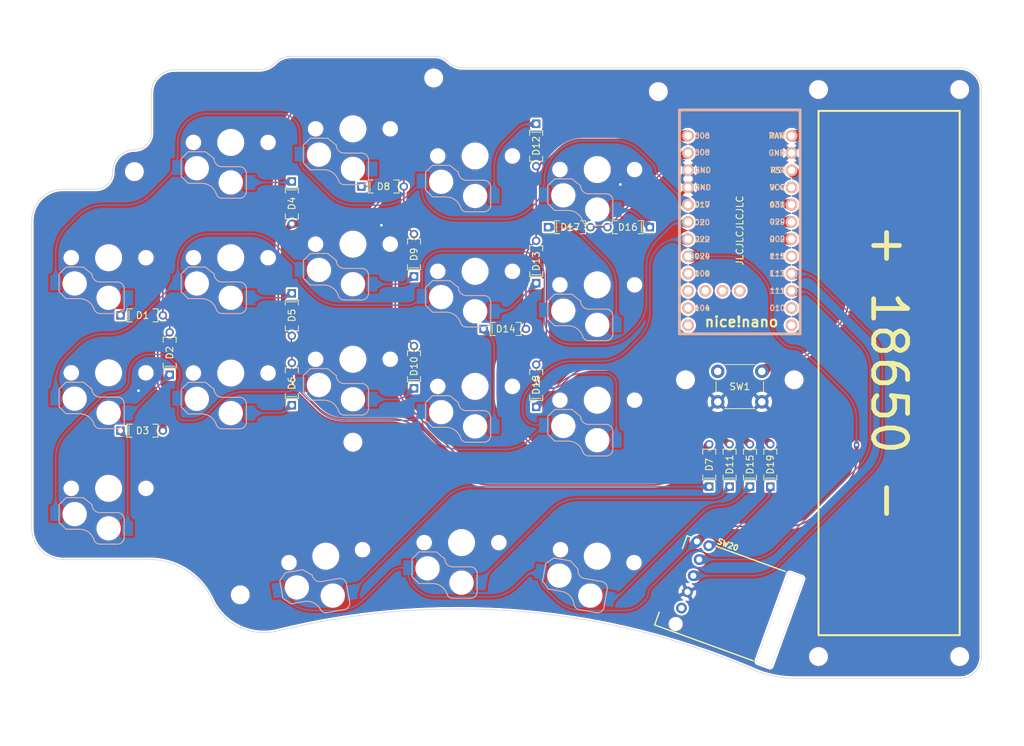
<source format=kicad_pcb>
(kicad_pcb (version 20211014) (generator pcbnew)

  (general
    (thickness 1.6)
  )

  (paper "A4")
  (layers
    (0 "F.Cu" signal)
    (31 "B.Cu" signal)
    (32 "B.Adhes" user "B.Adhesive")
    (33 "F.Adhes" user "F.Adhesive")
    (34 "B.Paste" user)
    (35 "F.Paste" user)
    (36 "B.SilkS" user "B.Silkscreen")
    (37 "F.SilkS" user "F.Silkscreen")
    (38 "B.Mask" user)
    (39 "F.Mask" user)
    (40 "Dwgs.User" user "User.Drawings")
    (41 "Cmts.User" user "User.Comments")
    (42 "Eco1.User" user "User.Eco1")
    (43 "Eco2.User" user "User.Eco2")
    (44 "Edge.Cuts" user)
    (45 "Margin" user)
    (46 "B.CrtYd" user "B.Courtyard")
    (47 "F.CrtYd" user "F.Courtyard")
    (48 "B.Fab" user)
    (49 "F.Fab" user)
    (50 "User.1" user)
    (51 "User.2" user)
    (52 "User.3" user)
    (53 "User.4" user)
    (54 "User.5" user)
    (55 "User.6" user)
    (56 "User.7" user)
    (57 "User.8" user)
    (58 "User.9" user)
  )

  (setup
    (stackup
      (layer "F.SilkS" (type "Top Silk Screen"))
      (layer "F.Paste" (type "Top Solder Paste"))
      (layer "F.Mask" (type "Top Solder Mask") (thickness 0.01))
      (layer "F.Cu" (type "copper") (thickness 0.035))
      (layer "dielectric 1" (type "core") (thickness 1.51) (material "FR4") (epsilon_r 4.5) (loss_tangent 0.02))
      (layer "B.Cu" (type "copper") (thickness 0.035))
      (layer "B.Mask" (type "Bottom Solder Mask") (thickness 0.01))
      (layer "B.Paste" (type "Bottom Solder Paste"))
      (layer "B.SilkS" (type "Bottom Silk Screen"))
      (copper_finish "None")
      (dielectric_constraints no)
    )
    (pad_to_mask_clearance 0)
    (pcbplotparams
      (layerselection 0x00010fc_ffffffff)
      (disableapertmacros false)
      (usegerberextensions false)
      (usegerberattributes true)
      (usegerberadvancedattributes true)
      (creategerberjobfile true)
      (svguseinch false)
      (svgprecision 6)
      (excludeedgelayer true)
      (plotframeref false)
      (viasonmask false)
      (mode 1)
      (useauxorigin false)
      (hpglpennumber 1)
      (hpglpenspeed 20)
      (hpglpendiameter 15.000000)
      (dxfpolygonmode true)
      (dxfimperialunits true)
      (dxfusepcbnewfont true)
      (psnegative false)
      (psa4output false)
      (plotreference true)
      (plotvalue true)
      (plotinvisibletext false)
      (sketchpadsonfab false)
      (subtractmaskfromsilk false)
      (outputformat 1)
      (mirror false)
      (drillshape 1)
      (scaleselection 1)
      (outputdirectory "")
    )
  )

  (net 0 "")
  (net 1 "Net-(BT1-Pad1)")
  (net 2 "GND")
  (net 3 "Net-(D1-Pad1)")
  (net 4 "C_PINKY")
  (net 5 "Net-(D2-Pad1)")
  (net 6 "Net-(D3-Pad1)")
  (net 7 "Net-(D4-Pad1)")
  (net 8 "C_RING")
  (net 9 "Net-(D5-Pad1)")
  (net 10 "Net-(D6-Pad1)")
  (net 11 "Net-(D7-Pad1)")
  (net 12 "Net-(D8-Pad1)")
  (net 13 "C_MIDDLE")
  (net 14 "Net-(D9-Pad1)")
  (net 15 "Net-(D10-Pad1)")
  (net 16 "Net-(D11-Pad1)")
  (net 17 "Net-(D12-Pad1)")
  (net 18 "C_INDEX")
  (net 19 "Net-(D13-Pad1)")
  (net 20 "Net-(D14-Pad1)")
  (net 21 "Net-(D15-Pad1)")
  (net 22 "Net-(D16-Pad1)")
  (net 23 "C_INNER")
  (net 24 "Net-(D17-Pad1)")
  (net 25 "Net-(D18-Pad1)")
  (net 26 "/RS2")
  (net 27 "/RST")
  (net 28 "R_TOP")
  (net 29 "R_HOME")
  (net 30 "/RA")
  (net 31 "/RB")
  (net 32 "unconnected-(U1-Pad33)")
  (net 33 "unconnected-(U1-Pad32)")
  (net 34 "unconnected-(U1-Pad31)")
  (net 35 "unconnected-(U1-Pad12)")
  (net 36 "VCC")
  (net 37 "unconnected-(U1-Pad14)")
  (net 38 "unconnected-(U1-Pad13)")
  (net 39 "unconnected-(U1-Pad11)")
  (net 40 "unconnected-(U1-Pad10)")
  (net 41 "R_BOTTOM")
  (net 42 "R_THUMB")
  (net 43 "unconnected-(U1-Pad9)")
  (net 44 "unconnected-(U1-Pad17)")

  (footprint "mbk:Choc-1u" (layer "F.Cu") (at 208 75))

  (footprint "MountingHole:MountingHole_2.2mm_M2" (layer "F.Cu") (at 183.9 61.5))

  (footprint "MountingHole:MountingHole_2.2mm_M2" (layer "F.Cu") (at 221 106))

  (footprint "mbk:Choc-1u" (layer "F.Cu") (at 188 130))

  (footprint "MountingHole:MountingHole_2.2mm_M2" (layer "F.Cu") (at 261.4 63.2))

  (footprint "MountingHole:MountingHole_2.2mm_M2" (layer "F.Cu") (at 155.4 137.7))

  (footprint "MountingHole:MountingHole_2.2mm_M2" (layer "F.Cu") (at 240.6 63.2))

  (footprint "mbk:Choc-1u" (layer "F.Cu") (at 172 69))

  (footprint "xenua:BatteryHolder_18650_SMD" (layer "F.Cu") (at 251 105 -90))

  (footprint "Button_Switch_THT:SW_PUSH_6mm" (layer "F.Cu") (at 225.75 104.75))

  (footprint "mbk:Choc-1u" (layer "F.Cu") (at 208 132 -10))

  (footprint "nice-nano:nice_nano" (layer "F.Cu") (at 229 83.98675 -90))

  (footprint "1N4148:DIOAD829W49L456D191" (layer "F.Cu") (at 181 104 90))

  (footprint "MountingHole:MountingHole_2.2mm_M2" (layer "F.Cu") (at 139.8 75.3))

  (footprint "xenua:EVQWGD001" (layer "F.Cu") (at 227 138 -20))

  (footprint "mbk:Choc-1u" (layer "F.Cu") (at 136 104.9695))

  (footprint "1N4148:DIOAD829W49L456D191" (layer "F.Cu") (at 233.5 118.5 90))

  (footprint "MountingHole:MountingHole_2.2mm_M2" (layer "F.Cu") (at 237 106))

  (footprint "1N4148:DIOAD829W49L456D191" (layer "F.Cu") (at 224.5 118.5 90))

  (footprint "1N4148:DIOAD829W49L456D191" (layer "F.Cu") (at 181 87.5 90))

  (footprint "1N4148:DIOAD829W49L456D191" (layer "F.Cu") (at 212.5 83.5 180))

  (footprint "mbk:Choc-1u" (layer "F.Cu") (at 190 90))

  (footprint "1N4148:DIOAD829W49L456D191" (layer "F.Cu") (at 176.5 77.5))

  (footprint "mbk:Choc-1u" (layer "F.Cu") (at 190 73))

  (footprint "1N4148:DIOAD829W49L456D191" (layer "F.Cu") (at 199 88.5 90))

  (footprint "1N4148:DIOAD829W49L456D191" (layer "F.Cu") (at 199 106.75 90))

  (footprint "MountingHole:MountingHole_2.2mm_M2" (layer "F.Cu") (at 217 63.5))

  (footprint "mbk:Choc-1u" (layer "F.Cu") (at 208 109))

  (footprint "1N4148:DIOAD829W49L456D191" (layer "F.Cu") (at 163 96.5 -90))

  (footprint "mbk:Choc-1u" (layer "F.Cu") (at 172 86))

  (footprint "MountingHole:MountingHole_2.2mm_M2" (layer "F.Cu") (at 240.6 146.8))

  (footprint "mbk:Choc-1u" (layer "F.Cu") (at 154 88))

  (footprint "mbk:Choc-1u" (layer "F.Cu") (at 154 105))

  (footprint "1N4148:DIOAD829W49L456D191" (layer "F.Cu") (at 199 71.5 -90))

  (footprint "1N4148:DIOAD829W49L456D191" (layer "F.Cu") (at 194.5 98.5))

  (footprint "MountingHole:MountingHole_2.2mm_M2" (layer "F.Cu") (at 172 115.2))

  (footprint "1N4148:DIOAD829W49L456D191" (layer "F.Cu") (at 141 113.5))

  (footprint "mbk:Choc-1u" (layer "F.Cu") (at 190 106.9695))

  (footprint "MountingHole:MountingHole_2.2mm_M2" (layer "F.Cu") (at 261.4 146.8))

  (footprint "mbk:Choc-1u" (layer "F.Cu") (at 172 102.9695))

  (footprint "1N4148:DIOAD829W49L456D191" (layer "F.Cu") (at 163 106.5 90))

  (footprint "1N4148:DIOAD829W49L456D191" (layer "F.Cu")
    (tedit 6235BD20) (tstamp d3443342-782f-4ad3-b1f2-175c6fa672dd)
    (at 163 80 -90)
    (property "Sheetfile" "left.kicad_sch")
    (property "Sheetname" "")
    (path "/76a7ccd6-7ddf-4a67-b992-18df31027a23")
    (attr through_hole)
    (fp_text reference "D4" (at 0 0 90) (layer "F.SilkS")
      (effects (font (size 1.000102 1.000102) (thickness 0.15)))
      (tstamp f3b73a2b-d39a-4673-b66c-1b2f8821b605)
    )
    (fp_text value "D_Small" (at 0 2 90) (layer "F.Fab")
      (effects (font (size 1.001921 1.001921) (thickness 0.15)))
      (tstamp 40b7a111-04f7-4edb-8078-1aaa51ac93a5)
    )
    (fp_line (start 1.52 -0.96) (end 2.28 -0.96) (layer "F.SilkS") (width 0.127) (tstamp 02eb61f2-0968-4fe1-ab20-f3ff93511623))
    (fp_line (start -2.28 -0.96) (end -1.52 -0.96) (layer "F.SilkS") (width 0.127) (tstamp 0510ea35-38a4-4bf4-812e-8ff79283151c))
    (fp_line (start -2 -0.75) (end -2 0.75) (layer "F.SilkS") (width 0.12) (tstamp 054cd47d-0539-4925-abeb-2f09e5bb30d2))
    (fp_line (start -2.28 -0.96) (end -2.28 0) (layer "F.SilkS") (width 0.127) (tstamp 2eed695b-a146-4638-8396-6953b78005b9))
    (fp_line (start -2.28 0) (end -2.28 0.95) (layer "F.SilkS") (width 0.127) (tstamp 534070e7-eddb-4d6a-9018-e05cd2855aa5))
    (fp_line (start -2.28 0.96) (end -1.52 0.96) (layer "F.SilkS") (width 0.127) (tstamp 7be0b7e7-da47-473a-8636-a6bf10b96ffd))
    (fp_line (start 2.28 -0.95) (end 2.28 0) (layer "F.SilkS") (width 0.127) (tstamp 98f53ab5-d088-4312-9100-6c7b4ad5831b))
    (fp_line (start 1.52 0.96) (end 2.28 0.96) (layer "F.SilkS") (width 0.127) (tstamp b0fc7176-1aa2-4cfd-a5ef-ddd7b1888bac))
    (fp_line (start 2.28 0) (end 2.28 0.96) (layer "F.SilkS") (width 0.127) (tstamp c615c6fb-1a93-4fa7-be83-1b138ae54ff0))
    (fp_line (start -2.53 1) (end -2.53 0.815) (layer "F.CrtYd") (width 0.05) (tstamp 2a21615e-ba6e-43ef-9e2c-5dd4d3d13df9))
    (fp_line (start 3.75 -0.815) (end 2.53 -0.815) (layer "F.CrtYd") (width 0.05) (tstamp 2f22e18e-7785-42c4-ac7b-063abb3289e0))
    (fp_line (start -4 -0.815) (end -4 0.815) (layer "F.CrtYd") (width 0.05) (tstamp 4cb6b90c-b21e-49bd-a518-fbdb3422d587))
    (fp_line (start 3.75 -0.815) (end 3.75 0.815) (layer "F.CrtYd") (width 0.05) (tstamp 537524b8-89a0-40cb-a675-5785410f969c))
    (fp_line (start 2.53 1) (end 2.53 0.815) (layer "F.CrtYd") (width 0.05) (tstamp 678a1157-dd62-461f-b774-b5e12cf256a1))
    (fp_line (start -2.53 0.815) (end -4 0.815) (layer "F.CrtYd") (width 0.05) (tstamp 992aadf3-c5af-4561-a2c5-b952b67ffbeb))
    (fp_line (start 2.53 1) (end -2.53 1) (layer "F.CrtYd") (width 0.05) (tstamp a0542a7c-df2c-4f38-9d99-4236a4bdf4e8))
    (fp_line (start 3.75 0.815) (end 2.53 0.815) (layer "F.CrtYd") (width 0.05) (tstamp a3e17e76-e183-4079-9f1c-924708b71ab4))
    (fp_line (start -2.53 -1) (end -2.53 -0.815) (layer "F.CrtYd") (width 0.05) (tstamp a7469818-5141-40d8-997c-0ae529ca0bf3))
    (fp_line (start 2.53 -1) (end 2.53 -0.815) (layer "F.CrtYd") (width 0.05) (tstamp be6badda-b106-4d54-b601-41d9f23872c6))
    (fp_line (start -2.53 -0.815) (end -4 -0.815) (layer "F.CrtYd") (width 0.05) (tstamp e764d2f2-c839-4349-b133-00625035551b))
    (fp_line (start -2.53 -1) (end 2.53 -1) (layer "F.CrtYd") (width 0.05) (tstamp e8051c16-e942-4e81-93f3-9f2b64f2103e))
    (fp_line (start -2 -0.75) (end -2 0.75) (layer "F.Fab") (width 0.1) (tstamp 23e5627f-969d-476c-8ffa-78a566b0de5c))
    (fp_line (start -2.28 -0.96) (end -2.28 0) (layer "F.Fab") (width 0.127) (tstamp 27fd336f-6859-4876-aabb-42dc905a4a7f))
    (fp_line (start 2.28 -0.96) (end 2.28 0) (layer "F.Fab") (width 0.127) (tstamp 34529b1a-82b3-4889-96bb-b2f739b07fc1))
    (fp_line (start 2.28 0) (end 3.581 0) (layer "F.Fab") (width 0.127) (tstamp 682e41c9-f94a-4f37-a3e4-92ea40c214fa))
    (fp_line (start -3.581 0) (end -2.28 0) (layer "F.Fab") (width 0.127) (tstamp 792e5485-2b93-4d96-b68c-9cca0a70a857))
    (fp_line (start -2.28 0) (end -2.28 0.96) (layer "F.Fab") (width 0.127) (tstamp 8adf94f3-61cf-4c36-aeaa-0745c913a4d9))
    (fp_line (start -2.28 0.96) (end 2.28 0.96) (layer "F.Fab") (width 0.127) (tstamp 9d3377f8-1638-4add-a36e-84df4591b5fc))
  
... [2418863 chars truncated]
</source>
